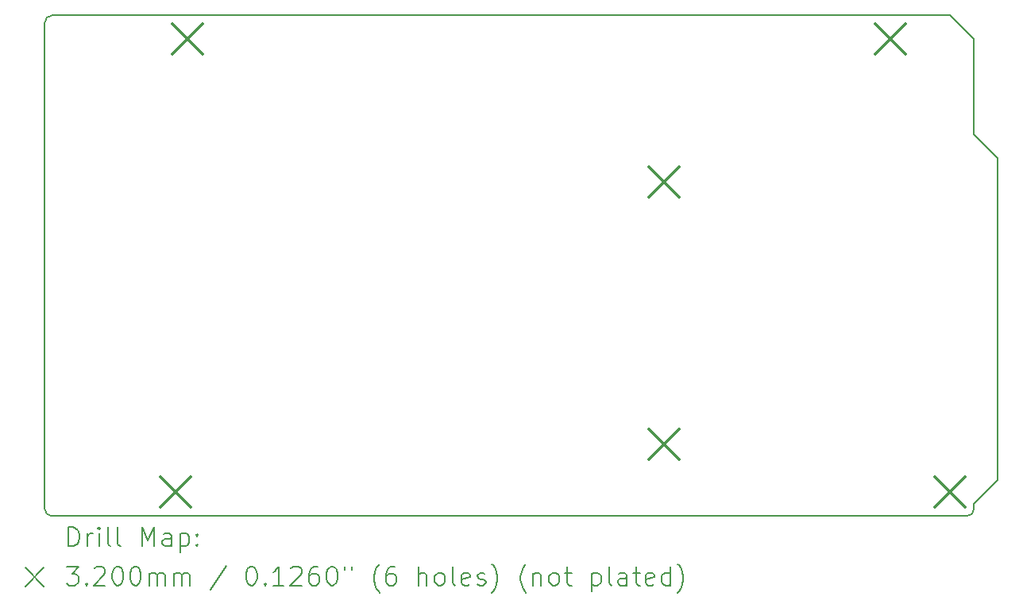
<source format=gbr>
%TF.GenerationSoftware,KiCad,Pcbnew,8.0.5*%
%TF.CreationDate,2024-09-14T17:32:59+01:00*%
%TF.ProjectId,RS232Board,52533233-3242-46f6-9172-642e6b696361,rev?*%
%TF.SameCoordinates,Original*%
%TF.FileFunction,Drillmap*%
%TF.FilePolarity,Positive*%
%FSLAX45Y45*%
G04 Gerber Fmt 4.5, Leading zero omitted, Abs format (unit mm)*
G04 Created by KiCad (PCBNEW 8.0.5) date 2024-09-14 17:32:59*
%MOMM*%
%LPD*%
G01*
G04 APERTURE LIST*
%ADD10C,0.150000*%
%ADD11C,0.200000*%
%ADD12C,0.320000*%
G04 APERTURE END LIST*
D10*
X19906000Y-5936000D02*
X20160000Y-6190000D01*
X10000000Y-9923800D02*
X10000000Y-4742200D01*
X20160000Y-6190000D02*
X20160000Y-9619000D01*
X19829800Y-10000000D02*
X10076200Y-10000000D01*
X10076200Y-4666000D02*
X19652000Y-4666000D01*
X10076200Y-10000000D02*
G75*
G02*
X10000000Y-9923800I0J76200D01*
G01*
X20160000Y-9619000D02*
X19906000Y-9873000D01*
X19652000Y-4666000D02*
X19906000Y-4920000D01*
X19906000Y-9923800D02*
G75*
G02*
X19829800Y-10000000I-76200J0D01*
G01*
X19906000Y-4920000D02*
X19906000Y-5936000D01*
X19906000Y-9873000D02*
X19906000Y-9923800D01*
X10000000Y-4742200D02*
G75*
G02*
X10076200Y-4666000I76200J0D01*
G01*
D11*
D12*
X11237000Y-9586000D02*
X11557000Y-9906000D01*
X11557000Y-9586000D02*
X11237000Y-9906000D01*
X11364000Y-4760000D02*
X11684000Y-5080000D01*
X11684000Y-4760000D02*
X11364000Y-5080000D01*
X16444000Y-6284000D02*
X16764000Y-6604000D01*
X16764000Y-6284000D02*
X16444000Y-6604000D01*
X16444000Y-9078000D02*
X16764000Y-9398000D01*
X16764000Y-9078000D02*
X16444000Y-9398000D01*
X18857000Y-4760000D02*
X19177000Y-5080000D01*
X19177000Y-4760000D02*
X18857000Y-5080000D01*
X19492000Y-9586000D02*
X19812000Y-9906000D01*
X19812000Y-9586000D02*
X19492000Y-9906000D01*
D11*
X10253277Y-10318984D02*
X10253277Y-10118984D01*
X10253277Y-10118984D02*
X10300896Y-10118984D01*
X10300896Y-10118984D02*
X10329467Y-10128508D01*
X10329467Y-10128508D02*
X10348515Y-10147555D01*
X10348515Y-10147555D02*
X10358039Y-10166603D01*
X10358039Y-10166603D02*
X10367563Y-10204698D01*
X10367563Y-10204698D02*
X10367563Y-10233270D01*
X10367563Y-10233270D02*
X10358039Y-10271365D01*
X10358039Y-10271365D02*
X10348515Y-10290412D01*
X10348515Y-10290412D02*
X10329467Y-10309460D01*
X10329467Y-10309460D02*
X10300896Y-10318984D01*
X10300896Y-10318984D02*
X10253277Y-10318984D01*
X10453277Y-10318984D02*
X10453277Y-10185650D01*
X10453277Y-10223746D02*
X10462801Y-10204698D01*
X10462801Y-10204698D02*
X10472324Y-10195174D01*
X10472324Y-10195174D02*
X10491372Y-10185650D01*
X10491372Y-10185650D02*
X10510420Y-10185650D01*
X10577086Y-10318984D02*
X10577086Y-10185650D01*
X10577086Y-10118984D02*
X10567563Y-10128508D01*
X10567563Y-10128508D02*
X10577086Y-10138031D01*
X10577086Y-10138031D02*
X10586610Y-10128508D01*
X10586610Y-10128508D02*
X10577086Y-10118984D01*
X10577086Y-10118984D02*
X10577086Y-10138031D01*
X10700896Y-10318984D02*
X10681848Y-10309460D01*
X10681848Y-10309460D02*
X10672324Y-10290412D01*
X10672324Y-10290412D02*
X10672324Y-10118984D01*
X10805658Y-10318984D02*
X10786610Y-10309460D01*
X10786610Y-10309460D02*
X10777086Y-10290412D01*
X10777086Y-10290412D02*
X10777086Y-10118984D01*
X11034229Y-10318984D02*
X11034229Y-10118984D01*
X11034229Y-10118984D02*
X11100896Y-10261841D01*
X11100896Y-10261841D02*
X11167563Y-10118984D01*
X11167563Y-10118984D02*
X11167563Y-10318984D01*
X11348515Y-10318984D02*
X11348515Y-10214222D01*
X11348515Y-10214222D02*
X11338991Y-10195174D01*
X11338991Y-10195174D02*
X11319943Y-10185650D01*
X11319943Y-10185650D02*
X11281848Y-10185650D01*
X11281848Y-10185650D02*
X11262801Y-10195174D01*
X11348515Y-10309460D02*
X11329467Y-10318984D01*
X11329467Y-10318984D02*
X11281848Y-10318984D01*
X11281848Y-10318984D02*
X11262801Y-10309460D01*
X11262801Y-10309460D02*
X11253277Y-10290412D01*
X11253277Y-10290412D02*
X11253277Y-10271365D01*
X11253277Y-10271365D02*
X11262801Y-10252317D01*
X11262801Y-10252317D02*
X11281848Y-10242793D01*
X11281848Y-10242793D02*
X11329467Y-10242793D01*
X11329467Y-10242793D02*
X11348515Y-10233270D01*
X11443753Y-10185650D02*
X11443753Y-10385650D01*
X11443753Y-10195174D02*
X11462801Y-10185650D01*
X11462801Y-10185650D02*
X11500896Y-10185650D01*
X11500896Y-10185650D02*
X11519943Y-10195174D01*
X11519943Y-10195174D02*
X11529467Y-10204698D01*
X11529467Y-10204698D02*
X11538991Y-10223746D01*
X11538991Y-10223746D02*
X11538991Y-10280889D01*
X11538991Y-10280889D02*
X11529467Y-10299936D01*
X11529467Y-10299936D02*
X11519943Y-10309460D01*
X11519943Y-10309460D02*
X11500896Y-10318984D01*
X11500896Y-10318984D02*
X11462801Y-10318984D01*
X11462801Y-10318984D02*
X11443753Y-10309460D01*
X11624705Y-10299936D02*
X11634229Y-10309460D01*
X11634229Y-10309460D02*
X11624705Y-10318984D01*
X11624705Y-10318984D02*
X11615182Y-10309460D01*
X11615182Y-10309460D02*
X11624705Y-10299936D01*
X11624705Y-10299936D02*
X11624705Y-10318984D01*
X11624705Y-10195174D02*
X11634229Y-10204698D01*
X11634229Y-10204698D02*
X11624705Y-10214222D01*
X11624705Y-10214222D02*
X11615182Y-10204698D01*
X11615182Y-10204698D02*
X11624705Y-10195174D01*
X11624705Y-10195174D02*
X11624705Y-10214222D01*
X9792500Y-10547500D02*
X9992500Y-10747500D01*
X9992500Y-10547500D02*
X9792500Y-10747500D01*
X10234229Y-10538984D02*
X10358039Y-10538984D01*
X10358039Y-10538984D02*
X10291372Y-10615174D01*
X10291372Y-10615174D02*
X10319944Y-10615174D01*
X10319944Y-10615174D02*
X10338991Y-10624698D01*
X10338991Y-10624698D02*
X10348515Y-10634222D01*
X10348515Y-10634222D02*
X10358039Y-10653270D01*
X10358039Y-10653270D02*
X10358039Y-10700889D01*
X10358039Y-10700889D02*
X10348515Y-10719936D01*
X10348515Y-10719936D02*
X10338991Y-10729460D01*
X10338991Y-10729460D02*
X10319944Y-10738984D01*
X10319944Y-10738984D02*
X10262801Y-10738984D01*
X10262801Y-10738984D02*
X10243753Y-10729460D01*
X10243753Y-10729460D02*
X10234229Y-10719936D01*
X10443753Y-10719936D02*
X10453277Y-10729460D01*
X10453277Y-10729460D02*
X10443753Y-10738984D01*
X10443753Y-10738984D02*
X10434229Y-10729460D01*
X10434229Y-10729460D02*
X10443753Y-10719936D01*
X10443753Y-10719936D02*
X10443753Y-10738984D01*
X10529467Y-10558031D02*
X10538991Y-10548508D01*
X10538991Y-10548508D02*
X10558039Y-10538984D01*
X10558039Y-10538984D02*
X10605658Y-10538984D01*
X10605658Y-10538984D02*
X10624705Y-10548508D01*
X10624705Y-10548508D02*
X10634229Y-10558031D01*
X10634229Y-10558031D02*
X10643753Y-10577079D01*
X10643753Y-10577079D02*
X10643753Y-10596127D01*
X10643753Y-10596127D02*
X10634229Y-10624698D01*
X10634229Y-10624698D02*
X10519944Y-10738984D01*
X10519944Y-10738984D02*
X10643753Y-10738984D01*
X10767563Y-10538984D02*
X10786610Y-10538984D01*
X10786610Y-10538984D02*
X10805658Y-10548508D01*
X10805658Y-10548508D02*
X10815182Y-10558031D01*
X10815182Y-10558031D02*
X10824705Y-10577079D01*
X10824705Y-10577079D02*
X10834229Y-10615174D01*
X10834229Y-10615174D02*
X10834229Y-10662793D01*
X10834229Y-10662793D02*
X10824705Y-10700889D01*
X10824705Y-10700889D02*
X10815182Y-10719936D01*
X10815182Y-10719936D02*
X10805658Y-10729460D01*
X10805658Y-10729460D02*
X10786610Y-10738984D01*
X10786610Y-10738984D02*
X10767563Y-10738984D01*
X10767563Y-10738984D02*
X10748515Y-10729460D01*
X10748515Y-10729460D02*
X10738991Y-10719936D01*
X10738991Y-10719936D02*
X10729467Y-10700889D01*
X10729467Y-10700889D02*
X10719944Y-10662793D01*
X10719944Y-10662793D02*
X10719944Y-10615174D01*
X10719944Y-10615174D02*
X10729467Y-10577079D01*
X10729467Y-10577079D02*
X10738991Y-10558031D01*
X10738991Y-10558031D02*
X10748515Y-10548508D01*
X10748515Y-10548508D02*
X10767563Y-10538984D01*
X10958039Y-10538984D02*
X10977086Y-10538984D01*
X10977086Y-10538984D02*
X10996134Y-10548508D01*
X10996134Y-10548508D02*
X11005658Y-10558031D01*
X11005658Y-10558031D02*
X11015182Y-10577079D01*
X11015182Y-10577079D02*
X11024705Y-10615174D01*
X11024705Y-10615174D02*
X11024705Y-10662793D01*
X11024705Y-10662793D02*
X11015182Y-10700889D01*
X11015182Y-10700889D02*
X11005658Y-10719936D01*
X11005658Y-10719936D02*
X10996134Y-10729460D01*
X10996134Y-10729460D02*
X10977086Y-10738984D01*
X10977086Y-10738984D02*
X10958039Y-10738984D01*
X10958039Y-10738984D02*
X10938991Y-10729460D01*
X10938991Y-10729460D02*
X10929467Y-10719936D01*
X10929467Y-10719936D02*
X10919944Y-10700889D01*
X10919944Y-10700889D02*
X10910420Y-10662793D01*
X10910420Y-10662793D02*
X10910420Y-10615174D01*
X10910420Y-10615174D02*
X10919944Y-10577079D01*
X10919944Y-10577079D02*
X10929467Y-10558031D01*
X10929467Y-10558031D02*
X10938991Y-10548508D01*
X10938991Y-10548508D02*
X10958039Y-10538984D01*
X11110420Y-10738984D02*
X11110420Y-10605650D01*
X11110420Y-10624698D02*
X11119944Y-10615174D01*
X11119944Y-10615174D02*
X11138991Y-10605650D01*
X11138991Y-10605650D02*
X11167563Y-10605650D01*
X11167563Y-10605650D02*
X11186610Y-10615174D01*
X11186610Y-10615174D02*
X11196134Y-10634222D01*
X11196134Y-10634222D02*
X11196134Y-10738984D01*
X11196134Y-10634222D02*
X11205658Y-10615174D01*
X11205658Y-10615174D02*
X11224705Y-10605650D01*
X11224705Y-10605650D02*
X11253277Y-10605650D01*
X11253277Y-10605650D02*
X11272324Y-10615174D01*
X11272324Y-10615174D02*
X11281848Y-10634222D01*
X11281848Y-10634222D02*
X11281848Y-10738984D01*
X11377086Y-10738984D02*
X11377086Y-10605650D01*
X11377086Y-10624698D02*
X11386610Y-10615174D01*
X11386610Y-10615174D02*
X11405658Y-10605650D01*
X11405658Y-10605650D02*
X11434229Y-10605650D01*
X11434229Y-10605650D02*
X11453277Y-10615174D01*
X11453277Y-10615174D02*
X11462801Y-10634222D01*
X11462801Y-10634222D02*
X11462801Y-10738984D01*
X11462801Y-10634222D02*
X11472324Y-10615174D01*
X11472324Y-10615174D02*
X11491372Y-10605650D01*
X11491372Y-10605650D02*
X11519943Y-10605650D01*
X11519943Y-10605650D02*
X11538991Y-10615174D01*
X11538991Y-10615174D02*
X11548515Y-10634222D01*
X11548515Y-10634222D02*
X11548515Y-10738984D01*
X11938991Y-10529460D02*
X11767563Y-10786603D01*
X12196134Y-10538984D02*
X12215182Y-10538984D01*
X12215182Y-10538984D02*
X12234229Y-10548508D01*
X12234229Y-10548508D02*
X12243753Y-10558031D01*
X12243753Y-10558031D02*
X12253277Y-10577079D01*
X12253277Y-10577079D02*
X12262801Y-10615174D01*
X12262801Y-10615174D02*
X12262801Y-10662793D01*
X12262801Y-10662793D02*
X12253277Y-10700889D01*
X12253277Y-10700889D02*
X12243753Y-10719936D01*
X12243753Y-10719936D02*
X12234229Y-10729460D01*
X12234229Y-10729460D02*
X12215182Y-10738984D01*
X12215182Y-10738984D02*
X12196134Y-10738984D01*
X12196134Y-10738984D02*
X12177086Y-10729460D01*
X12177086Y-10729460D02*
X12167563Y-10719936D01*
X12167563Y-10719936D02*
X12158039Y-10700889D01*
X12158039Y-10700889D02*
X12148515Y-10662793D01*
X12148515Y-10662793D02*
X12148515Y-10615174D01*
X12148515Y-10615174D02*
X12158039Y-10577079D01*
X12158039Y-10577079D02*
X12167563Y-10558031D01*
X12167563Y-10558031D02*
X12177086Y-10548508D01*
X12177086Y-10548508D02*
X12196134Y-10538984D01*
X12348515Y-10719936D02*
X12358039Y-10729460D01*
X12358039Y-10729460D02*
X12348515Y-10738984D01*
X12348515Y-10738984D02*
X12338991Y-10729460D01*
X12338991Y-10729460D02*
X12348515Y-10719936D01*
X12348515Y-10719936D02*
X12348515Y-10738984D01*
X12548515Y-10738984D02*
X12434229Y-10738984D01*
X12491372Y-10738984D02*
X12491372Y-10538984D01*
X12491372Y-10538984D02*
X12472325Y-10567555D01*
X12472325Y-10567555D02*
X12453277Y-10586603D01*
X12453277Y-10586603D02*
X12434229Y-10596127D01*
X12624706Y-10558031D02*
X12634229Y-10548508D01*
X12634229Y-10548508D02*
X12653277Y-10538984D01*
X12653277Y-10538984D02*
X12700896Y-10538984D01*
X12700896Y-10538984D02*
X12719944Y-10548508D01*
X12719944Y-10548508D02*
X12729467Y-10558031D01*
X12729467Y-10558031D02*
X12738991Y-10577079D01*
X12738991Y-10577079D02*
X12738991Y-10596127D01*
X12738991Y-10596127D02*
X12729467Y-10624698D01*
X12729467Y-10624698D02*
X12615182Y-10738984D01*
X12615182Y-10738984D02*
X12738991Y-10738984D01*
X12910420Y-10538984D02*
X12872325Y-10538984D01*
X12872325Y-10538984D02*
X12853277Y-10548508D01*
X12853277Y-10548508D02*
X12843753Y-10558031D01*
X12843753Y-10558031D02*
X12824706Y-10586603D01*
X12824706Y-10586603D02*
X12815182Y-10624698D01*
X12815182Y-10624698D02*
X12815182Y-10700889D01*
X12815182Y-10700889D02*
X12824706Y-10719936D01*
X12824706Y-10719936D02*
X12834229Y-10729460D01*
X12834229Y-10729460D02*
X12853277Y-10738984D01*
X12853277Y-10738984D02*
X12891372Y-10738984D01*
X12891372Y-10738984D02*
X12910420Y-10729460D01*
X12910420Y-10729460D02*
X12919944Y-10719936D01*
X12919944Y-10719936D02*
X12929467Y-10700889D01*
X12929467Y-10700889D02*
X12929467Y-10653270D01*
X12929467Y-10653270D02*
X12919944Y-10634222D01*
X12919944Y-10634222D02*
X12910420Y-10624698D01*
X12910420Y-10624698D02*
X12891372Y-10615174D01*
X12891372Y-10615174D02*
X12853277Y-10615174D01*
X12853277Y-10615174D02*
X12834229Y-10624698D01*
X12834229Y-10624698D02*
X12824706Y-10634222D01*
X12824706Y-10634222D02*
X12815182Y-10653270D01*
X13053277Y-10538984D02*
X13072325Y-10538984D01*
X13072325Y-10538984D02*
X13091372Y-10548508D01*
X13091372Y-10548508D02*
X13100896Y-10558031D01*
X13100896Y-10558031D02*
X13110420Y-10577079D01*
X13110420Y-10577079D02*
X13119944Y-10615174D01*
X13119944Y-10615174D02*
X13119944Y-10662793D01*
X13119944Y-10662793D02*
X13110420Y-10700889D01*
X13110420Y-10700889D02*
X13100896Y-10719936D01*
X13100896Y-10719936D02*
X13091372Y-10729460D01*
X13091372Y-10729460D02*
X13072325Y-10738984D01*
X13072325Y-10738984D02*
X13053277Y-10738984D01*
X13053277Y-10738984D02*
X13034229Y-10729460D01*
X13034229Y-10729460D02*
X13024706Y-10719936D01*
X13024706Y-10719936D02*
X13015182Y-10700889D01*
X13015182Y-10700889D02*
X13005658Y-10662793D01*
X13005658Y-10662793D02*
X13005658Y-10615174D01*
X13005658Y-10615174D02*
X13015182Y-10577079D01*
X13015182Y-10577079D02*
X13024706Y-10558031D01*
X13024706Y-10558031D02*
X13034229Y-10548508D01*
X13034229Y-10548508D02*
X13053277Y-10538984D01*
X13196134Y-10538984D02*
X13196134Y-10577079D01*
X13272325Y-10538984D02*
X13272325Y-10577079D01*
X13567563Y-10815174D02*
X13558039Y-10805650D01*
X13558039Y-10805650D02*
X13538991Y-10777079D01*
X13538991Y-10777079D02*
X13529468Y-10758031D01*
X13529468Y-10758031D02*
X13519944Y-10729460D01*
X13519944Y-10729460D02*
X13510420Y-10681841D01*
X13510420Y-10681841D02*
X13510420Y-10643746D01*
X13510420Y-10643746D02*
X13519944Y-10596127D01*
X13519944Y-10596127D02*
X13529468Y-10567555D01*
X13529468Y-10567555D02*
X13538991Y-10548508D01*
X13538991Y-10548508D02*
X13558039Y-10519936D01*
X13558039Y-10519936D02*
X13567563Y-10510412D01*
X13729468Y-10538984D02*
X13691372Y-10538984D01*
X13691372Y-10538984D02*
X13672325Y-10548508D01*
X13672325Y-10548508D02*
X13662801Y-10558031D01*
X13662801Y-10558031D02*
X13643753Y-10586603D01*
X13643753Y-10586603D02*
X13634229Y-10624698D01*
X13634229Y-10624698D02*
X13634229Y-10700889D01*
X13634229Y-10700889D02*
X13643753Y-10719936D01*
X13643753Y-10719936D02*
X13653277Y-10729460D01*
X13653277Y-10729460D02*
X13672325Y-10738984D01*
X13672325Y-10738984D02*
X13710420Y-10738984D01*
X13710420Y-10738984D02*
X13729468Y-10729460D01*
X13729468Y-10729460D02*
X13738991Y-10719936D01*
X13738991Y-10719936D02*
X13748515Y-10700889D01*
X13748515Y-10700889D02*
X13748515Y-10653270D01*
X13748515Y-10653270D02*
X13738991Y-10634222D01*
X13738991Y-10634222D02*
X13729468Y-10624698D01*
X13729468Y-10624698D02*
X13710420Y-10615174D01*
X13710420Y-10615174D02*
X13672325Y-10615174D01*
X13672325Y-10615174D02*
X13653277Y-10624698D01*
X13653277Y-10624698D02*
X13643753Y-10634222D01*
X13643753Y-10634222D02*
X13634229Y-10653270D01*
X13986610Y-10738984D02*
X13986610Y-10538984D01*
X14072325Y-10738984D02*
X14072325Y-10634222D01*
X14072325Y-10634222D02*
X14062801Y-10615174D01*
X14062801Y-10615174D02*
X14043753Y-10605650D01*
X14043753Y-10605650D02*
X14015182Y-10605650D01*
X14015182Y-10605650D02*
X13996134Y-10615174D01*
X13996134Y-10615174D02*
X13986610Y-10624698D01*
X14196134Y-10738984D02*
X14177087Y-10729460D01*
X14177087Y-10729460D02*
X14167563Y-10719936D01*
X14167563Y-10719936D02*
X14158039Y-10700889D01*
X14158039Y-10700889D02*
X14158039Y-10643746D01*
X14158039Y-10643746D02*
X14167563Y-10624698D01*
X14167563Y-10624698D02*
X14177087Y-10615174D01*
X14177087Y-10615174D02*
X14196134Y-10605650D01*
X14196134Y-10605650D02*
X14224706Y-10605650D01*
X14224706Y-10605650D02*
X14243753Y-10615174D01*
X14243753Y-10615174D02*
X14253277Y-10624698D01*
X14253277Y-10624698D02*
X14262801Y-10643746D01*
X14262801Y-10643746D02*
X14262801Y-10700889D01*
X14262801Y-10700889D02*
X14253277Y-10719936D01*
X14253277Y-10719936D02*
X14243753Y-10729460D01*
X14243753Y-10729460D02*
X14224706Y-10738984D01*
X14224706Y-10738984D02*
X14196134Y-10738984D01*
X14377087Y-10738984D02*
X14358039Y-10729460D01*
X14358039Y-10729460D02*
X14348515Y-10710412D01*
X14348515Y-10710412D02*
X14348515Y-10538984D01*
X14529468Y-10729460D02*
X14510420Y-10738984D01*
X14510420Y-10738984D02*
X14472325Y-10738984D01*
X14472325Y-10738984D02*
X14453277Y-10729460D01*
X14453277Y-10729460D02*
X14443753Y-10710412D01*
X14443753Y-10710412D02*
X14443753Y-10634222D01*
X14443753Y-10634222D02*
X14453277Y-10615174D01*
X14453277Y-10615174D02*
X14472325Y-10605650D01*
X14472325Y-10605650D02*
X14510420Y-10605650D01*
X14510420Y-10605650D02*
X14529468Y-10615174D01*
X14529468Y-10615174D02*
X14538991Y-10634222D01*
X14538991Y-10634222D02*
X14538991Y-10653270D01*
X14538991Y-10653270D02*
X14443753Y-10672317D01*
X14615182Y-10729460D02*
X14634230Y-10738984D01*
X14634230Y-10738984D02*
X14672325Y-10738984D01*
X14672325Y-10738984D02*
X14691372Y-10729460D01*
X14691372Y-10729460D02*
X14700896Y-10710412D01*
X14700896Y-10710412D02*
X14700896Y-10700889D01*
X14700896Y-10700889D02*
X14691372Y-10681841D01*
X14691372Y-10681841D02*
X14672325Y-10672317D01*
X14672325Y-10672317D02*
X14643753Y-10672317D01*
X14643753Y-10672317D02*
X14624706Y-10662793D01*
X14624706Y-10662793D02*
X14615182Y-10643746D01*
X14615182Y-10643746D02*
X14615182Y-10634222D01*
X14615182Y-10634222D02*
X14624706Y-10615174D01*
X14624706Y-10615174D02*
X14643753Y-10605650D01*
X14643753Y-10605650D02*
X14672325Y-10605650D01*
X14672325Y-10605650D02*
X14691372Y-10615174D01*
X14767563Y-10815174D02*
X14777087Y-10805650D01*
X14777087Y-10805650D02*
X14796134Y-10777079D01*
X14796134Y-10777079D02*
X14805658Y-10758031D01*
X14805658Y-10758031D02*
X14815182Y-10729460D01*
X14815182Y-10729460D02*
X14824706Y-10681841D01*
X14824706Y-10681841D02*
X14824706Y-10643746D01*
X14824706Y-10643746D02*
X14815182Y-10596127D01*
X14815182Y-10596127D02*
X14805658Y-10567555D01*
X14805658Y-10567555D02*
X14796134Y-10548508D01*
X14796134Y-10548508D02*
X14777087Y-10519936D01*
X14777087Y-10519936D02*
X14767563Y-10510412D01*
X15129468Y-10815174D02*
X15119944Y-10805650D01*
X15119944Y-10805650D02*
X15100896Y-10777079D01*
X15100896Y-10777079D02*
X15091372Y-10758031D01*
X15091372Y-10758031D02*
X15081849Y-10729460D01*
X15081849Y-10729460D02*
X15072325Y-10681841D01*
X15072325Y-10681841D02*
X15072325Y-10643746D01*
X15072325Y-10643746D02*
X15081849Y-10596127D01*
X15081849Y-10596127D02*
X15091372Y-10567555D01*
X15091372Y-10567555D02*
X15100896Y-10548508D01*
X15100896Y-10548508D02*
X15119944Y-10519936D01*
X15119944Y-10519936D02*
X15129468Y-10510412D01*
X15205658Y-10605650D02*
X15205658Y-10738984D01*
X15205658Y-10624698D02*
X15215182Y-10615174D01*
X15215182Y-10615174D02*
X15234230Y-10605650D01*
X15234230Y-10605650D02*
X15262801Y-10605650D01*
X15262801Y-10605650D02*
X15281849Y-10615174D01*
X15281849Y-10615174D02*
X15291372Y-10634222D01*
X15291372Y-10634222D02*
X15291372Y-10738984D01*
X15415182Y-10738984D02*
X15396134Y-10729460D01*
X15396134Y-10729460D02*
X15386611Y-10719936D01*
X15386611Y-10719936D02*
X15377087Y-10700889D01*
X15377087Y-10700889D02*
X15377087Y-10643746D01*
X15377087Y-10643746D02*
X15386611Y-10624698D01*
X15386611Y-10624698D02*
X15396134Y-10615174D01*
X15396134Y-10615174D02*
X15415182Y-10605650D01*
X15415182Y-10605650D02*
X15443753Y-10605650D01*
X15443753Y-10605650D02*
X15462801Y-10615174D01*
X15462801Y-10615174D02*
X15472325Y-10624698D01*
X15472325Y-10624698D02*
X15481849Y-10643746D01*
X15481849Y-10643746D02*
X15481849Y-10700889D01*
X15481849Y-10700889D02*
X15472325Y-10719936D01*
X15472325Y-10719936D02*
X15462801Y-10729460D01*
X15462801Y-10729460D02*
X15443753Y-10738984D01*
X15443753Y-10738984D02*
X15415182Y-10738984D01*
X15538992Y-10605650D02*
X15615182Y-10605650D01*
X15567563Y-10538984D02*
X15567563Y-10710412D01*
X15567563Y-10710412D02*
X15577087Y-10729460D01*
X15577087Y-10729460D02*
X15596134Y-10738984D01*
X15596134Y-10738984D02*
X15615182Y-10738984D01*
X15834230Y-10605650D02*
X15834230Y-10805650D01*
X15834230Y-10615174D02*
X15853277Y-10605650D01*
X15853277Y-10605650D02*
X15891373Y-10605650D01*
X15891373Y-10605650D02*
X15910420Y-10615174D01*
X15910420Y-10615174D02*
X15919944Y-10624698D01*
X15919944Y-10624698D02*
X15929468Y-10643746D01*
X15929468Y-10643746D02*
X15929468Y-10700889D01*
X15929468Y-10700889D02*
X15919944Y-10719936D01*
X15919944Y-10719936D02*
X15910420Y-10729460D01*
X15910420Y-10729460D02*
X15891373Y-10738984D01*
X15891373Y-10738984D02*
X15853277Y-10738984D01*
X15853277Y-10738984D02*
X15834230Y-10729460D01*
X16043753Y-10738984D02*
X16024706Y-10729460D01*
X16024706Y-10729460D02*
X16015182Y-10710412D01*
X16015182Y-10710412D02*
X16015182Y-10538984D01*
X16205658Y-10738984D02*
X16205658Y-10634222D01*
X16205658Y-10634222D02*
X16196134Y-10615174D01*
X16196134Y-10615174D02*
X16177087Y-10605650D01*
X16177087Y-10605650D02*
X16138992Y-10605650D01*
X16138992Y-10605650D02*
X16119944Y-10615174D01*
X16205658Y-10729460D02*
X16186611Y-10738984D01*
X16186611Y-10738984D02*
X16138992Y-10738984D01*
X16138992Y-10738984D02*
X16119944Y-10729460D01*
X16119944Y-10729460D02*
X16110420Y-10710412D01*
X16110420Y-10710412D02*
X16110420Y-10691365D01*
X16110420Y-10691365D02*
X16119944Y-10672317D01*
X16119944Y-10672317D02*
X16138992Y-10662793D01*
X16138992Y-10662793D02*
X16186611Y-10662793D01*
X16186611Y-10662793D02*
X16205658Y-10653270D01*
X16272325Y-10605650D02*
X16348515Y-10605650D01*
X16300896Y-10538984D02*
X16300896Y-10710412D01*
X16300896Y-10710412D02*
X16310420Y-10729460D01*
X16310420Y-10729460D02*
X16329468Y-10738984D01*
X16329468Y-10738984D02*
X16348515Y-10738984D01*
X16491373Y-10729460D02*
X16472325Y-10738984D01*
X16472325Y-10738984D02*
X16434230Y-10738984D01*
X16434230Y-10738984D02*
X16415182Y-10729460D01*
X16415182Y-10729460D02*
X16405658Y-10710412D01*
X16405658Y-10710412D02*
X16405658Y-10634222D01*
X16405658Y-10634222D02*
X16415182Y-10615174D01*
X16415182Y-10615174D02*
X16434230Y-10605650D01*
X16434230Y-10605650D02*
X16472325Y-10605650D01*
X16472325Y-10605650D02*
X16491373Y-10615174D01*
X16491373Y-10615174D02*
X16500896Y-10634222D01*
X16500896Y-10634222D02*
X16500896Y-10653270D01*
X16500896Y-10653270D02*
X16405658Y-10672317D01*
X16672325Y-10738984D02*
X16672325Y-10538984D01*
X16672325Y-10729460D02*
X16653277Y-10738984D01*
X16653277Y-10738984D02*
X16615182Y-10738984D01*
X16615182Y-10738984D02*
X16596134Y-10729460D01*
X16596134Y-10729460D02*
X16586611Y-10719936D01*
X16586611Y-10719936D02*
X16577087Y-10700889D01*
X16577087Y-10700889D02*
X16577087Y-10643746D01*
X16577087Y-10643746D02*
X16586611Y-10624698D01*
X16586611Y-10624698D02*
X16596134Y-10615174D01*
X16596134Y-10615174D02*
X16615182Y-10605650D01*
X16615182Y-10605650D02*
X16653277Y-10605650D01*
X16653277Y-10605650D02*
X16672325Y-10615174D01*
X16748515Y-10815174D02*
X16758039Y-10805650D01*
X16758039Y-10805650D02*
X16777087Y-10777079D01*
X16777087Y-10777079D02*
X16786611Y-10758031D01*
X16786611Y-10758031D02*
X16796135Y-10729460D01*
X16796135Y-10729460D02*
X16805658Y-10681841D01*
X16805658Y-10681841D02*
X16805658Y-10643746D01*
X16805658Y-10643746D02*
X16796135Y-10596127D01*
X16796135Y-10596127D02*
X16786611Y-10567555D01*
X16786611Y-10567555D02*
X16777087Y-10548508D01*
X16777087Y-10548508D02*
X16758039Y-10519936D01*
X16758039Y-10519936D02*
X16748515Y-10510412D01*
M02*

</source>
